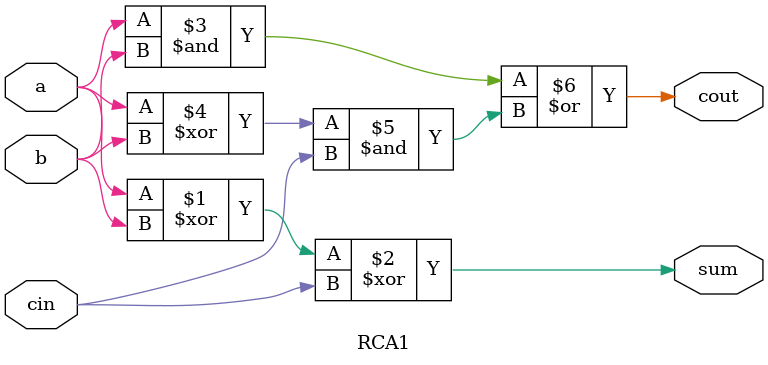
<source format=v>
module RCA2(sum, cout, cin, a, b);
    input cin;
    input [1:0] a, b;
    output cout;
    output [1:0] sum;
    
    wire [1:0] carry;
    RCA1 iRCA[1:0](.sum(sum), .cout(carry), .cin({carry[0], cin}), .a(a), .b(b));
    assign cout = carry[1];

endmodule

module RCA1(sum, cout, cin, a, b);
    input cin, a, b;
    output cout, sum;
    
    assign sum = a ^ b ^ cin;
    assign cout = (a & b) | ((a ^ b) & cin);
    
endmodule
</source>
